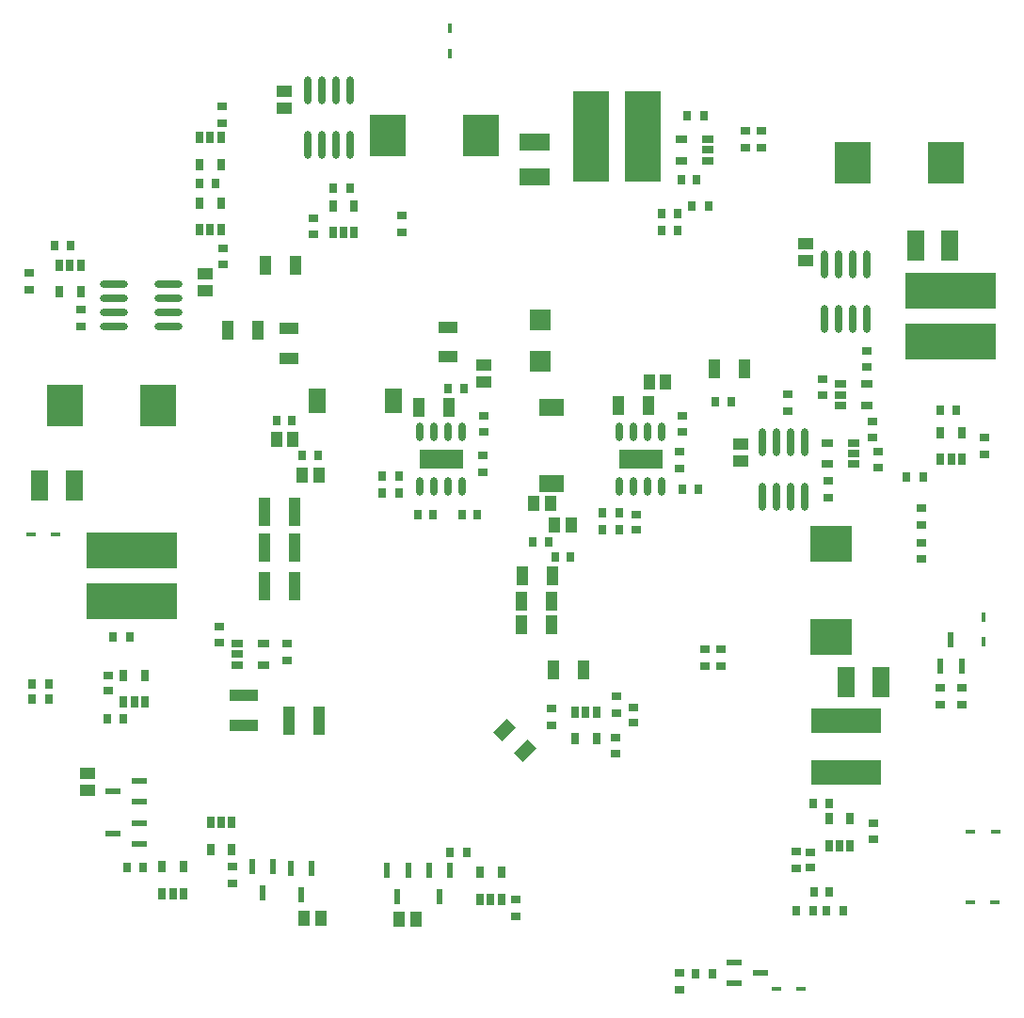
<source format=gbr>
%TF.GenerationSoftware,Altium Limited,Altium Designer,18.1.7 (191)*%
G04 Layer_Color=8421504*
%FSLAX43Y43*%
%MOMM*%
%TF.FileFunction,Paste,Top*%
%TF.Part,Single*%
G01*
G75*
%TA.AperFunction,SMDPad,CuDef*%
%ADD11R,0.900X0.700*%
%ADD12R,4.000X1.750*%
%ADD13O,0.700X1.700*%
%ADD14R,0.600X1.450*%
%ADD15R,0.650X1.100*%
%ADD16R,1.100X1.400*%
%ADD17R,1.950X1.900*%
%ADD18R,1.450X0.600*%
%ADD19R,0.700X0.900*%
%ADD20R,0.900X0.800*%
%ADD21R,0.800X0.900*%
%ADD22O,0.700X2.500*%
%ADD23O,2.500X0.700*%
%ADD24R,1.100X0.650*%
%ADD25R,3.700X3.300*%
%ADD26R,3.300X8.200*%
%ADD27R,8.200X3.300*%
%ADD28R,1.100X2.600*%
%ADD29R,1.400X1.100*%
%ADD30R,1.500X2.800*%
%ADD31R,2.800X1.500*%
%ADD32R,6.300X2.200*%
%ADD33R,1.600X2.200*%
%ADD34R,2.200X1.600*%
%ADD35R,3.300X3.700*%
%ADD36R,0.850X0.450*%
%ADD37R,0.450X0.850*%
%ADD38R,1.100X1.700*%
%ADD39R,1.700X1.100*%
G04:AMPARAMS|DCode=40|XSize=1.7mm|YSize=1.1mm|CornerRadius=0mm|HoleSize=0mm|Usage=FLASHONLY|Rotation=45.000|XOffset=0mm|YOffset=0mm|HoleType=Round|Shape=Rectangle|*
%AMROTATEDRECTD40*
4,1,4,-0.212,-0.990,-0.990,-0.212,0.212,0.990,0.990,0.212,-0.212,-0.990,0.0*
%
%ADD40ROTATEDRECTD40*%

%ADD41R,2.600X1.100*%
D11*
X43200Y48775D02*
D03*
Y50275D02*
D03*
X82200Y48250D02*
D03*
Y49750D02*
D03*
X38250Y28725D02*
D03*
Y30225D02*
D03*
X63750Y25775D02*
D03*
Y27275D02*
D03*
X78450Y20625D02*
D03*
Y19125D02*
D03*
X103850Y44775D02*
D03*
Y46275D02*
D03*
X67000Y44425D02*
D03*
Y42925D02*
D03*
X72800Y45550D02*
D03*
Y44050D02*
D03*
X37450Y84375D02*
D03*
Y85875D02*
D03*
X37075Y51850D02*
D03*
Y50350D02*
D03*
X37325Y97150D02*
D03*
Y98650D02*
D03*
X91825Y64925D02*
D03*
Y63425D02*
D03*
X88950Y30050D02*
D03*
Y31550D02*
D03*
X95825Y68800D02*
D03*
Y70300D02*
D03*
X95925Y32650D02*
D03*
Y34150D02*
D03*
X101950Y44800D02*
D03*
Y46300D02*
D03*
X53500Y87325D02*
D03*
Y88825D02*
D03*
X85875Y96425D02*
D03*
Y94925D02*
D03*
X84400Y94925D02*
D03*
Y96425D02*
D03*
X24625Y80350D02*
D03*
Y78850D02*
D03*
X20000Y83625D02*
D03*
Y82125D02*
D03*
X95325Y75150D02*
D03*
Y76650D02*
D03*
X88200Y71200D02*
D03*
Y72700D02*
D03*
X100275Y57875D02*
D03*
Y59375D02*
D03*
Y61000D02*
D03*
Y62500D02*
D03*
X105950Y67325D02*
D03*
Y68825D02*
D03*
X60800Y65725D02*
D03*
Y67225D02*
D03*
X78525Y66075D02*
D03*
Y67575D02*
D03*
X80775Y48250D02*
D03*
Y49750D02*
D03*
D12*
X75025Y66900D02*
D03*
X57025Y66925D02*
D03*
D13*
X73092Y64390D02*
D03*
X74362D02*
D03*
X75632D02*
D03*
X76902D02*
D03*
X73092Y69340D02*
D03*
X74362D02*
D03*
X75632D02*
D03*
X76902D02*
D03*
X58902Y69365D02*
D03*
X57632D02*
D03*
X56362D02*
D03*
X55092D02*
D03*
X58902Y64415D02*
D03*
X57632D02*
D03*
X56362D02*
D03*
X55092D02*
D03*
D14*
X45400Y30075D02*
D03*
X43500D02*
D03*
X44450Y27725D02*
D03*
X54075Y29900D02*
D03*
X52175D02*
D03*
X53125Y27550D02*
D03*
X41950Y30200D02*
D03*
X40050D02*
D03*
X41000Y27850D02*
D03*
X102900Y50650D02*
D03*
X103850Y48300D02*
D03*
X101950D02*
D03*
X57850Y29900D02*
D03*
X55950D02*
D03*
X56900Y27550D02*
D03*
D15*
X38225Y31775D02*
D03*
X36325D02*
D03*
Y34175D02*
D03*
X37275D02*
D03*
X38225D02*
D03*
X37225Y93425D02*
D03*
X35325D02*
D03*
Y95825D02*
D03*
X36275D02*
D03*
X37225D02*
D03*
X35325Y89950D02*
D03*
X37225D02*
D03*
Y87550D02*
D03*
X36275D02*
D03*
X35325D02*
D03*
X91925Y34500D02*
D03*
X93825D02*
D03*
Y32100D02*
D03*
X92875D02*
D03*
X91925D02*
D03*
X28475Y47425D02*
D03*
X30375D02*
D03*
Y45025D02*
D03*
X29425D02*
D03*
X28475D02*
D03*
X101975Y69250D02*
D03*
X103875D02*
D03*
Y66850D02*
D03*
X102925D02*
D03*
X101975D02*
D03*
X47300Y87300D02*
D03*
X48250D02*
D03*
X49200D02*
D03*
Y89700D02*
D03*
X47300D02*
D03*
X24600Y84350D02*
D03*
X23650D02*
D03*
X22700D02*
D03*
Y81950D02*
D03*
X24600D02*
D03*
X60550Y27300D02*
D03*
X61500D02*
D03*
X62450D02*
D03*
Y29700D02*
D03*
X60550D02*
D03*
X71000Y41700D02*
D03*
X69100D02*
D03*
Y44100D02*
D03*
X70050D02*
D03*
X71000D02*
D03*
X31950Y30200D02*
D03*
X33850D02*
D03*
Y27800D02*
D03*
X32900D02*
D03*
X31950D02*
D03*
D16*
X46225Y25550D02*
D03*
X44725D02*
D03*
X65375Y62875D02*
D03*
X66875D02*
D03*
X42225Y68650D02*
D03*
X43725D02*
D03*
X54775Y25500D02*
D03*
X53275D02*
D03*
X77250Y73800D02*
D03*
X75750D02*
D03*
X44575Y65475D02*
D03*
X46075D02*
D03*
X68725Y60925D02*
D03*
X67225D02*
D03*
D17*
X65925Y79425D02*
D03*
Y75675D02*
D03*
D18*
X85750Y20675D02*
D03*
X83400Y19725D02*
D03*
Y21625D02*
D03*
X27525Y33200D02*
D03*
X29875Y34150D02*
D03*
Y32250D02*
D03*
X27525Y37000D02*
D03*
X29875Y37950D02*
D03*
Y36050D02*
D03*
D19*
X51750Y63850D02*
D03*
X53250D02*
D03*
X53225Y65400D02*
D03*
X51725D02*
D03*
X71575Y62050D02*
D03*
X73075D02*
D03*
X73075Y60525D02*
D03*
X71575D02*
D03*
X57850Y31500D02*
D03*
X59350D02*
D03*
X88975Y26275D02*
D03*
X90475D02*
D03*
X91725D02*
D03*
X93225D02*
D03*
X79950Y20575D02*
D03*
X81450D02*
D03*
X80675Y97800D02*
D03*
X79175D02*
D03*
X26975Y43475D02*
D03*
X28475D02*
D03*
X27525Y50900D02*
D03*
X29025D02*
D03*
X98900Y65300D02*
D03*
X100400D02*
D03*
X20275Y46675D02*
D03*
X21775D02*
D03*
X21775Y45275D02*
D03*
X20275D02*
D03*
X81100Y89625D02*
D03*
X79600D02*
D03*
X48850Y91300D02*
D03*
X47350D02*
D03*
X35275Y91700D02*
D03*
X36775D02*
D03*
X30250Y30175D02*
D03*
X28750D02*
D03*
X76850Y87500D02*
D03*
X78350D02*
D03*
X76850Y88950D02*
D03*
X78350D02*
D03*
D20*
X74600Y61925D02*
D03*
Y60525D02*
D03*
X78725Y69375D02*
D03*
Y70775D02*
D03*
X60875Y69350D02*
D03*
Y70750D02*
D03*
X96325Y66150D02*
D03*
Y67550D02*
D03*
X27050Y46050D02*
D03*
Y47450D02*
D03*
X91325Y74075D02*
D03*
Y72675D02*
D03*
X45550Y87125D02*
D03*
Y88525D02*
D03*
X90250Y30100D02*
D03*
Y31500D02*
D03*
X74375Y43150D02*
D03*
Y44550D02*
D03*
X72725Y41825D02*
D03*
Y40425D02*
D03*
D21*
X80175Y64200D02*
D03*
X78775D02*
D03*
X56325Y61925D02*
D03*
X54925D02*
D03*
X60300Y61850D02*
D03*
X58900D02*
D03*
X80050Y92050D02*
D03*
X78650D02*
D03*
X90525Y35900D02*
D03*
X91925D02*
D03*
X103375Y71325D02*
D03*
X101975D02*
D03*
X22275Y86100D02*
D03*
X23675D02*
D03*
X91975Y27925D02*
D03*
X90575D02*
D03*
X81725Y72075D02*
D03*
X83125D02*
D03*
X57675Y73275D02*
D03*
X59075D02*
D03*
X43625Y70375D02*
D03*
X42225D02*
D03*
X44575Y67200D02*
D03*
X45975D02*
D03*
X67300Y58050D02*
D03*
X68700D02*
D03*
X66675Y59400D02*
D03*
X65275D02*
D03*
D22*
X95355Y84400D02*
D03*
X94085D02*
D03*
X92815D02*
D03*
X91545D02*
D03*
X95355Y79500D02*
D03*
X94085D02*
D03*
X92815D02*
D03*
X91545D02*
D03*
X89705Y68400D02*
D03*
X88435D02*
D03*
X87165D02*
D03*
X85895D02*
D03*
X89705Y63500D02*
D03*
X88435D02*
D03*
X87165D02*
D03*
X85895D02*
D03*
X48830Y100075D02*
D03*
X47560D02*
D03*
X46290D02*
D03*
X45020D02*
D03*
X48830Y95175D02*
D03*
X47560D02*
D03*
X46290D02*
D03*
X45020D02*
D03*
D23*
X32500Y78795D02*
D03*
Y80065D02*
D03*
Y81335D02*
D03*
Y82605D02*
D03*
X27600Y78795D02*
D03*
Y80065D02*
D03*
Y81335D02*
D03*
Y82605D02*
D03*
D24*
X95350Y73625D02*
D03*
Y71725D02*
D03*
X92950D02*
D03*
Y72675D02*
D03*
Y73625D02*
D03*
X78650Y93750D02*
D03*
Y95650D02*
D03*
X81050D02*
D03*
Y94700D02*
D03*
Y93750D02*
D03*
X94175Y66450D02*
D03*
Y67400D02*
D03*
Y68350D02*
D03*
X91775D02*
D03*
Y66450D02*
D03*
X38675Y50275D02*
D03*
Y49325D02*
D03*
Y48375D02*
D03*
X41075D02*
D03*
Y50275D02*
D03*
D25*
X92075Y50900D02*
D03*
Y59300D02*
D03*
D26*
X75150Y95900D02*
D03*
X70550D02*
D03*
D27*
X29250Y54100D02*
D03*
Y58700D02*
D03*
X102900Y82075D02*
D03*
Y77475D02*
D03*
D28*
X43350Y43375D02*
D03*
X46050D02*
D03*
X43825Y62175D02*
D03*
X41125D02*
D03*
X43850Y58900D02*
D03*
X41150D02*
D03*
X43850Y55475D02*
D03*
X41150D02*
D03*
D29*
X42900Y98475D02*
D03*
Y99975D02*
D03*
X83950Y66700D02*
D03*
Y68200D02*
D03*
X89800Y86275D02*
D03*
Y84775D02*
D03*
X35775Y83550D02*
D03*
Y82050D02*
D03*
X25250Y37100D02*
D03*
Y38600D02*
D03*
X60875Y73850D02*
D03*
Y75350D02*
D03*
D30*
X93500Y46800D02*
D03*
X96600D02*
D03*
X24050Y64500D02*
D03*
X20950D02*
D03*
X102825Y86100D02*
D03*
X99725D02*
D03*
D31*
X65450Y95425D02*
D03*
Y92325D02*
D03*
D32*
X93500Y38725D02*
D03*
Y43325D02*
D03*
D33*
X52725Y72150D02*
D03*
X45925D02*
D03*
D34*
X67000Y71525D02*
D03*
Y64725D02*
D03*
D35*
X102425Y93525D02*
D03*
X94025D02*
D03*
X23175Y71675D02*
D03*
X31575D02*
D03*
X60650Y96025D02*
D03*
X52250D02*
D03*
D36*
X20125Y60100D02*
D03*
X22375D02*
D03*
X87175Y19175D02*
D03*
X89425D02*
D03*
X104650Y33375D02*
D03*
X106900D02*
D03*
X104625Y26975D02*
D03*
X106875D02*
D03*
D37*
X57800Y103375D02*
D03*
Y105625D02*
D03*
X105800Y50450D02*
D03*
Y52700D02*
D03*
D38*
X43900Y84325D02*
D03*
X41200D02*
D03*
X72975Y71725D02*
D03*
X75675D02*
D03*
X84300Y75050D02*
D03*
X81600D02*
D03*
X55012Y71550D02*
D03*
X57712D02*
D03*
X37850Y78475D02*
D03*
X40550D02*
D03*
X64325Y56350D02*
D03*
X67025D02*
D03*
X64300Y54100D02*
D03*
X67000D02*
D03*
X64275Y51975D02*
D03*
X66975D02*
D03*
X67150Y47925D02*
D03*
X69850D02*
D03*
D39*
X43350Y78625D02*
D03*
Y75925D02*
D03*
X57625Y78775D02*
D03*
Y76075D02*
D03*
D40*
X62720Y42530D02*
D03*
X64630Y40620D02*
D03*
D41*
X39250Y45600D02*
D03*
Y42900D02*
D03*
%TF.MD5,aaf286263881842b0d783992f8f2f78f*%
M02*

</source>
